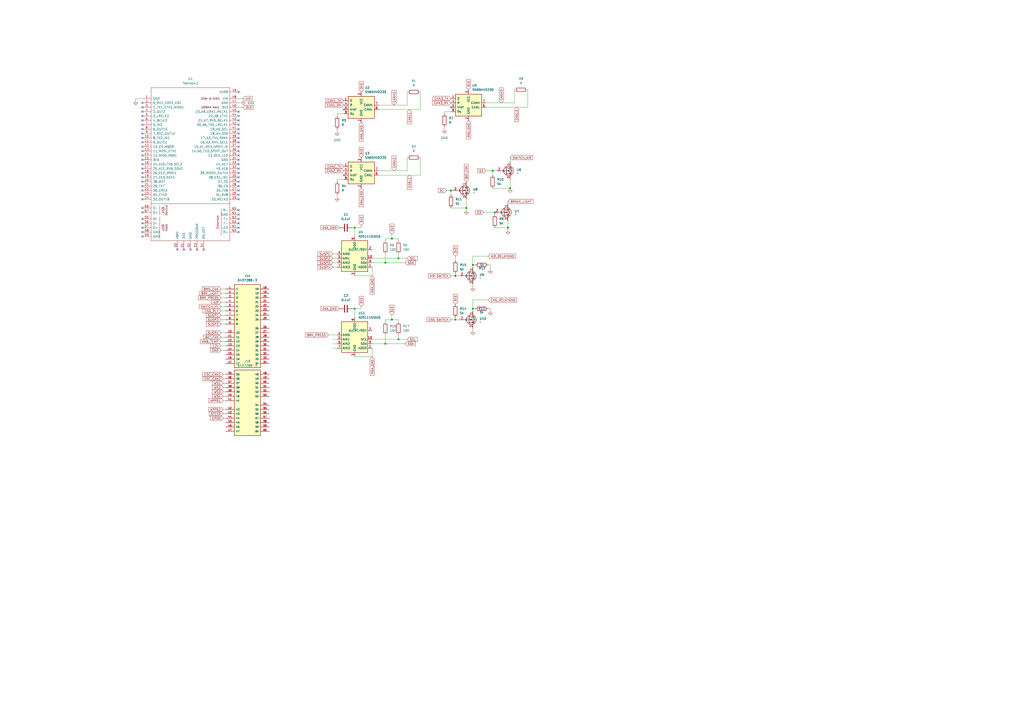
<source format=kicad_sch>
(kicad_sch (version 20250114) (generator "eeschema") (generator_version "9.0")
  (paper "A2")
  (lib_symbols
    (symbol "0_MOSFETs:DMTH6016LK3"
      (property "Reference" "U" (at -1.524 1.016 0))
      (symbol "DMTH6016LK3_1_1"
        (pin input line (at -7.62 -3.81 0) (length 2.54) (name "G") (number "2"))
        (pin passive line (at 0 1.27 270) (length 2.54) (name "D") (number "1"))
        (pin passive line (at 0 -8.89 90) (length 2.54) (name "S") (number "3"))
      )
    )
    (symbol "0_VCU_connector_6437288-3:6437288-3" (pin_names (offset 1.016))
      (property "Reference" "J" (at -7.6216 25.9227 0))
      (property "Value" "6437288-3" (at -7.6229 -25.4258 0))
      (symbol "6437288-3_1_0"
        (pin passive line (at -12.7 22.86 0) (length 5.08) (name "1") (number "1"))
        (pin passive line (at -12.7 20.32 0) (length 5.08) (name "2") (number "2"))
        (pin passive line (at -12.7 17.78 0) (length 5.08) (name "3") (number "3"))
        (pin passive line (at -12.7 15.24 0) (length 5.08) (name "4") (number "4"))
        (pin passive line (at -12.7 12.7 0) (length 5.08) (name "5") (number "5"))
        (pin passive line (at -12.7 10.16 0) (length 5.08) (name "6") (number "6"))
        (pin passive line (at -12.7 7.62 0) (length 5.08) (name "7") (number "7"))
        (pin passive line (at -12.7 5.08 0) (length 5.08) (name "8") (number "8"))
        (pin passive line (at -12.7 2.54 0) (length 5.08) (name "9") (number "9"))
        (pin passive line (at -12.7 -2.54 0) (length 5.08) (name "10") (number "10"))
        (pin passive line (at -12.7 -5.08 0) (length 5.08) (name "11") (number "11"))
        (pin passive line (at -12.7 -7.62 0) (length 5.08) (name "12") (number "12"))
        (pin passive line (at -12.7 -10.16 0) (length 5.08) (name "13") (number "13"))
        (pin passive line (at -12.7 -12.7 0) (length 5.08) (name "14") (number "14"))
        (pin passive line (at -12.7 -15.24 0) (length 5.08) (name "15") (number "15"))
        (pin passive line (at -12.7 -17.78 0) (length 5.08) (name "16") (number "16"))
        (pin passive line (at -12.7 -20.32 0) (length 5.08) (name "17") (number "17"))
        (pin passive line (at 12.7 22.86 180) (length 5.08) (name "18") (number "18"))
        (pin passive line (at 12.7 20.32 180) (length 5.08) (name "19") (number "19"))
        (pin passive line (at 12.7 17.78 180) (length 5.08) (name "20") (number "20"))
        (pin passive line (at 12.7 15.24 180) (length 5.08) (name "21") (number "21"))
        (pin passive line (at 12.7 12.7 180) (length 5.08) (name "22") (number "22"))
        (pin passive line (at 12.7 10.16 180) (length 5.08) (name "23") (number "23"))
        (pin passive line (at 12.7 7.62 180) (length 5.08) (name "24") (number "24"))
        (pin passive line (at 12.7 5.08 180) (length 5.08) (name "25") (number "25"))
        (pin passive line (at 12.7 0 180) (length 5.08) (name "26") (number "26"))
        (pin passive line (at 12.7 -2.54 180) (length 5.08) (name "27") (number "27"))
        (pin passive line (at 12.7 -5.08 180) (length 5.08) (name "28") (number "28"))
        (pin passive line (at 12.7 -7.62 180) (length 5.08) (name "29") (number "29"))
        (pin passive line (at 12.7 -10.16 180) (length 5.08) (name "30") (number "30"))
        (pin passive line (at 12.7 -12.7 180) (length 5.08) (name "31") (number "31"))
        (pin passive line (at 12.7 -15.24 180) (length 5.08) (name "32") (number "32"))
        (pin passive line (at 12.7 -17.78 180) (length 5.08) (name "33") (number "33"))
        (pin passive line (at 12.7 -20.32 180) (length 5.08) (name "34") (number "34"))
      )
      (symbol "6437288-3_2_0"
        (pin passive line (at -12.7 17.78 0) (length 5.08) (name "35") (number "35"))
        (pin passive line (at -12.7 15.24 0) (length 5.08) (name "36") (number "36"))
        (pin passive line (at -12.7 12.7 0) (length 5.08) (name "37") (number "37"))
        (pin passive line (at -12.7 10.16 0) (length 5.08) (name "38") (number "38"))
        (pin passive line (at -12.7 7.62 0) (length 5.08) (name "39") (number "39"))
        (pin passive line (at -12.7 5.08 0) (length 5.08) (name "40") (number "40"))
        (pin passive line (at -12.7 2.54 0) (length 5.08) (name "41") (number "41"))
        (pin passive line (at -12.7 -2.54 0) (length 5.08) (name "42") (number "42"))
        (pin passive line (at -12.7 -5.08 0) (length 5.08) (name "43") (number "43"))
        (pin passive line (at -12.7 -7.62 0) (length 5.08) (name "44") (number "44"))
        (pin passive line (at -12.7 -10.16 0) (length 5.08) (name "45") (number "45"))
        (pin passive line (at -12.7 -12.7 0) (length 5.08) (name "46") (number "46"))
        (pin passive line (at -12.7 -15.24 0) (length 5.08) (name "47") (number "47"))
        (pin passive line (at 12.7 17.78 180) (length 5.08) (name "48") (number "48"))
        (pin passive line (at 12.7 15.24 180) (length 5.08) (name "49") (number "49"))
        (pin passive line (at 12.7 12.7 180) (length 5.08) (name "50") (number "50"))
        (pin passive line (at 12.7 10.16 180) (length 5.08) (name "51") (number "51"))
        (pin passive line (at 12.7 7.62 180) (length 5.08) (name "52") (number "52"))
        (pin passive line (at 12.7 5.08 180) (length 5.08) (name "53") (number "53"))
        (pin passive line (at 12.7 0 180) (length 5.08) (name "54") (number "54"))
        (pin passive line (at 12.7 -2.54 180) (length 5.08) (name "55") (number "55"))
        (pin passive line (at 12.7 -5.08 180) (length 5.08) (name "56") (number "56"))
        (pin passive line (at 12.7 -7.62 180) (length 5.08) (name "57") (number "57"))
        (pin passive line (at 12.7 -10.16 180) (length 5.08) (name "58") (number "58"))
        (pin passive line (at 12.7 -12.7 180) (length 5.08) (name "59") (number "59"))
        (pin passive line (at 12.7 -15.24 180) (length 5.08) (name "60") (number "60"))
      )
    )
    (symbol "6437288-3_1" (pin_names (offset 1.016))
      (property "Reference" "J" (at -7.6216 25.9227 0))
      (property "Value" "6437288-3" (at -7.6229 -25.4258 0))
      (symbol "6437288-3_1_1_0"
        (pin passive line (at -12.7 22.86 0) (length 5.08) (name "1") (number "1"))
        (pin passive line (at -12.7 20.32 0) (length 5.08) (name "2") (number "2"))
        (pin passive line (at -12.7 17.78 0) (length 5.08) (name "3") (number "3"))
        (pin passive line (at -12.7 15.24 0) (length 5.08) (name "4") (number "4"))
        (pin passive line (at -12.7 12.7 0) (length 5.08) (name "5") (number "5"))
        (pin passive line (at -12.7 10.16 0) (length 5.08) (name "6") (number "6"))
        (pin passive line (at -12.7 7.62 0) (length 5.08) (name "7") (number "7"))
        (pin passive line (at -12.7 5.08 0) (length 5.08) (name "8") (number "8"))
        (pin passive line (at -12.7 2.54 0) (length 5.08) (name "9") (number "9"))
        (pin passive line (at -12.7 -2.54 0) (length 5.08) (name "10") (number "10"))
        (pin passive line (at -12.7 -5.08 0) (length 5.08) (name "11") (number "11"))
        (pin passive line (at -12.7 -7.62 0) (length 5.08) (name "12") (number "12"))
        (pin passive line (at -12.7 -10.16 0) (length 5.08) (name "13") (number "13"))
        (pin passive line (at -12.7 -12.7 0) (length 5.08) (name "14") (number "14"))
        (pin passive line (at -12.7 -15.24 0) (length 5.08) (name "15") (number "15"))
        (pin passive line (at -12.7 -17.78 0) (length 5.08) (name "16") (number "16"))
        (pin passive line (at -12.7 -20.32 0) (length 5.08) (name "17") (number "17"))
        (pin passive line (at 12.7 22.86 180) (length 5.08) (name "18") (number "18"))
        (pin passive line (at 12.7 20.32 180) (length 5.08) (name "19") (number "19"))
        (pin passive line (at 12.7 17.78 180) (length 5.08) (name "20") (number "20"))
        (pin passive line (at 12.7 15.24 180) (length 5.08) (name "21") (number "21"))
        (pin passive line (at 12.7 12.7 180) (length 5.08) (name "22") (number "22"))
        (pin passive line (at 12.7 10.16 180) (length 5.08) (name "23") (number "23"))
        (pin passive line (at 12.7 7.62 180) (length 5.08) (name "24") (number "24"))
        (pin passive line (at 12.7 5.08 180) (length 5.08) (name "25") (number "25"))
        (pin passive line (at 12.7 0 180) (length 5.08) (name "26") (number "26"))
        (pin passive line (at 12.7 -2.54 180) (length 5.08) (name "27") (number "27"))
        (pin passive line (at 12.7 -5.08 180) (length 5.08) (name "28") (number "28"))
        (pin passive line (at 12.7 -7.62 180) (length 5.08) (name "29") (number "29"))
        (pin passive line (at 12.7 -10.16 180) (length 5.08) (name "30") (number "30"))
        (pin passive line (at 12.7 -12.7 180) (length 5.08) (name "31") (number "31"))
        (pin passive line (at 12.7 -15.24 180) (length 5.08) (name "32") (number "32"))
        (pin passive line (at 12.7 -17.78 180) (length 5.08) (name "33") (number "33"))
        (pin passive line (at 12.7 -20.32 180) (length 5.08) (name "34") (number "34"))
      )
      (symbol "6437288-3_1_2_0"
        (pin passive line (at -12.7 17.78 0) (length 5.08) (name "35") (number "35"))
        (pin passive line (at -12.7 15.24 0) (length 5.08) (name "36") (number "36"))
        (pin passive line (at -12.7 12.7 0) (length 5.08) (name "37") (number "37"))
        (pin passive line (at -12.7 10.16 0) (length 5.08) (name "38") (number "38"))
        (pin passive line (at -12.7 7.62 0) (length 5.08) (name "39") (number "39"))
        (pin passive line (at -12.7 5.08 0) (length 5.08) (name "40") (number "40"))
        (pin passive line (at -12.7 2.54 0) (length 5.08) (name "41") (number "41"))
        (pin passive line (at -12.7 -2.54 0) (length 5.08) (name "42") (number "42"))
        (pin passive line (at -12.7 -5.08 0) (length 5.08) (name "43") (number "43"))
        (pin passive line (at -12.7 -7.62 0) (length 5.08) (name "44") (number "44"))
        (pin passive line (at -12.7 -10.16 0) (length 5.08) (name "45") (number "45"))
        (pin passive line (at -12.7 -12.7 0) (length 5.08) (name "46") (number "46"))
        (pin passive line (at -12.7 -15.24 0) (length 5.08) (name "47") (number "47"))
        (pin passive line (at 12.7 17.78 180) (length 5.08) (name "48") (number "48"))
        (pin passive line (at 12.7 15.24 180) (length 5.08) (name "49") (number "49"))
        (pin passive line (at 12.7 12.7 180) (length 5.08) (name "50") (number "50"))
        (pin passive line (at 12.7 10.16 180) (length 5.08) (name "51") (number "51"))
        (pin passive line (at 12.7 7.62 180) (length 5.08) (name "52") (number "52"))
        (pin passive line (at 12.7 5.08 180) (length 5.08) (name "53") (number "53"))
        (pin passive line (at 12.7 0 180) (length 5.08) (name "54") (number "54"))
        (pin passive line (at 12.7 -2.54 180) (length 5.08) (name "55") (number "55"))
        (pin passive line (at 12.7 -5.08 180) (length 5.08) (name "56") (number "56"))
        (pin passive line (at 12.7 -7.62 180) (length 5.08) (name "57") (number "57"))
        (pin passive line (at 12.7 -10.16 180) (length 5.08) (name "58") (number "58"))
        (pin passive line (at 12.7 -12.7 180) (length 5.08) (name "59") (number "59"))
        (pin passive line (at 12.7 -15.24 180) (length 5.08) (name "60") (number "60"))
      )
    )
    (symbol "Analog_ADC:ADS1115IDGS"
      (property "Reference" "U" (at 2.54 13.97 0))
      (property "Value" "ADS1115IDGS" (at 7.62 11.43 0))
      (symbol "ADS1115IDGS_1_1"
        (pin input line (at -10.16 2.54 0) (length 2.54) (name "AIN0") (number "4"))
        (pin input line (at -10.16 0 0) (length 2.54) (name "AIN1") (number "5"))
        (pin input line (at -10.16 -2.54 0) (length 2.54) (name "AIN2") (number "6"))
        (pin input line (at -10.16 -5.08 0) (length 2.54) (name "AIN3") (number "7"))
        (pin power_in line (at 0 12.7 270) (length 2.54) (name "VDD") (number "8"))
        (pin power_in line (at 0 -10.16 90) (length 2.54) (name "GND") (number "3"))
        (pin output line (at 10.16 5.08 180) (length 2.54) (name "ALERT/RDY") (number "2"))
        (pin input line (at 10.16 0 180) (length 2.54) (name "SCL") (number "10"))
        (pin bidirectional line (at 10.16 -2.54 180) (length 2.54) (name "SDA") (number "9"))
        (pin input line (at 10.16 -5.08 180) (length 2.54) (name "ADDR") (number "1"))
      )
    )
    (symbol "Device:C" (pin_numbers (hide yes)) (pin_names (offset 0.254))
      (property "Reference" "C" (at 0.635 2.54 0))
      (property "Value" "C" (at 0.635 -2.54 0))
      (symbol "C_1_1"
        (pin passive line (at 0 3.81 270) (length 2.794) (name "~") (number "1"))
        (pin passive line (at 0 -3.81 90) (length 2.794) (name "~") (number "2"))
      )
    )
    (symbol "Device:R" (pin_numbers (hide yes)) (pin_names (offset 0))
      (property "Reference" "R" (at 2.032 0 90))
      (property "Value" "R" (at 0 0 90))
      (symbol "R_1_1"
        (pin passive line (at 0 3.81 270) (length 1.27) (name "~") (number "1"))
        (pin passive line (at 0 -3.81 90) (length 1.27) (name "~") (number "2"))
      )
    )
    (symbol "Interface_CAN_LIN:SN65HVD230" (pin_names (offset 1.016))
      (property "Reference" "U" (at -2.54 10.16 0))
      (property "Value" "SN65HVD230" (at -2.54 7.62 0))
      (symbol "SN65HVD230_1_1"
        (pin input line (at -10.16 2.54 0) (length 2.54) (name "D") (number "1"))
        (pin output line (at -10.16 0 0) (length 2.54) (name "R") (number "4"))
        (pin output line (at -10.16 -2.54 0) (length 2.54) (name "Vref") (number "5"))
        (pin input line (at -10.16 -5.08 0) (length 2.54) (name "Rs") (number "8"))
        (pin power_in line (at 0 7.62 270) (length 2.54) (name "VCC") (number "3"))
        (pin power_in line (at 0 -10.16 90) (length 2.54) (name "GND") (number "2"))
        (pin bidirectional line (at 10.16 0 180) (length 2.54) (name "CANH") (number "7"))
        (pin bidirectional line (at 10.16 -2.54 180) (length 2.54) (name "CANL") (number "6"))
      )
    )
    (symbol "power:GND" (power) (pin_numbers (hide yes)) (pin_names (offset 0) (hide yes))
      (property "Value" "GND" (at 0 -3.81 0))
      (symbol "GND_1_1"
        (pin power_in line (at 0 0 270) (length 0) (name "~") (number "1"))
      )
    )
    (symbol "teensy:Teensy4.1" (pin_names (offset 1.016))
      (property "Reference" "U" (at 0 64.77 0))
      (property "Value" "Teensy4.1" (at 0 62.23 0))
      (symbol "Teensy4.1_0_0"
        (text "USB" (at -15.875 -10.16 900) (effects (font (size 1.27 1.27))))
        (text "USB" (at -15.875 -20.32 900) (effects (font (size 1.27 1.27))))
        (text "Device" (at -13.97 -10.16 900) (effects (font (size 1.27 1.27))))
        (text "Host" (at -13.97 -20.32 900) (effects (font (size 1.27 1.27))))
        (text "(3.6v to 5.5v)" (at 11.43 54.61 0) (effects (font (size 1.016 1.016))))
        (text "(250mA max)" (at 11.43 49.53 0) (effects (font (size 1.016 1.016))))
        (text "Ethernet" (at 15.875 -17.145 900) (effects (font (size 1.27 1.27))))
        (pin bidirectional line (at -27.94 44.45 0) (length 5.08) (name "3_LRCLK2") (number "5"))
        (pin bidirectional line (at -27.94 41.91 0) (length 5.08) (name "4_BCLK2") (number "6"))
        (pin bidirectional line (at -27.94 39.37 0) (length 5.08) (name "5_IN2") (number "7"))
        (pin bidirectional line (at -27.94 36.83 0) (length 5.08) (name "6_OUT1D") (number "8"))
        (pin bidirectional line (at -27.94 34.29 0) (length 5.08) (name "7_RX2_OUT1A") (number "9"))
        (pin bidirectional line (at -27.94 31.75 0) (length 5.08) (name "8_TX2_IN1") (number "10"))
        (pin bidirectional line (at -27.94 29.21 0) (length 5.08) (name "9_OUT1C") (number "11"))
        (pin bidirectional line (at -27.94 26.67 0) (length 5.08) (name "10_CS_MQSR") (number "12"))
        (pin bidirectional line (at -27.94 24.13 0) (length 5.08) (name "11_MOSI_CTX1") (number "13"))
        (pin bidirectional line (at -27.94 21.59 0) (length 5.08) (name "12_MISO_MQSL") (number "14"))
        (pin power_in line (at -27.94 19.05 0) (length 5.08) (name "3V3") (number "15"))
        (pin bidirectional line (at -27.94 16.51 0) (length 5.08) (name "24_A10_TX6_SCL2") (number "16"))
        (pin bidirectional line (at -27.94 13.97 0) (length 5.08) (name "25_A11_RX6_SDA2") (number "17"))
        (pin bidirectional line (at -27.94 11.43 0) (length 5.08) (name "26_A12_MOSI1") (number "18"))
        (pin bidirectional line (at -27.94 8.89 0) (length 5.08) (name "27_A13_SCK1") (number "19"))
        (pin bidirectional line (at -27.94 6.35 0) (length 5.08) (name "28_RX7") (number "20"))
        (pin bidirectional line (at -27.94 3.81 0) (length 5.08) (name "29_TX7") (number "21"))
        (pin bidirectional line (at -27.94 1.27 0) (length 5.08) (name "30_CRX3") (number "22"))
        (pin bidirectional line (at -27.94 -1.27 0) (length 5.08) (name "31_CTX3") (number "23"))
        (pin bidirectional line (at -27.94 -3.81 0) (length 5.08) (name "32_OUT1B") (number "24"))
        (pin bidirectional line (at -27.94 -8.89 0) (length 5.08) (name "D-") (number "66"))
        (pin bidirectional line (at -27.94 -11.43 0) (length 5.08) (name "D+") (number "67"))
        (pin power_out line (at -27.94 -15.24 0) (length 5.08) (name "5V") (number "55"))
        (pin bidirectional line (at -27.94 -17.78 0) (length 5.08) (name "D-") (number "56"))
        (pin bidirectional line (at -27.94 -20.32 0) (length 5.08) (name "D+") (number "57"))
        (pin power_in line (at -27.94 -22.86 0) (length 5.08) (name "GND") (number "58"))
        (pin power_in line (at -27.94 -25.4 0) (length 5.08) (name "GND") (number "59"))
        (pin power_in line (at -7.62 -33.02 90) (length 5.08) (name "VBAT") (number "50"))
        (pin power_in line (at -3.81 -33.02 90) (length 5.08) (name "3V3") (number "51"))
        (pin input line (at 0 -33.02 90) (length 5.08) (name "GND") (number "52"))
        (pin input line (at 3.81 -33.02 90) (length 5.08) (name "PROGRAM") (number "53"))
        (pin input line (at 7.62 -33.02 90) (length 5.08) (name "ON_OFF") (number "54"))
        (pin power_out line (at 27.94 58.42 180) (length 5.08) (name "VUSB") (number "49"))
        (pin power_in line (at 27.94 54.61 180) (length 5.08) (name "VIN") (number "48"))
        (pin output line (at 27.94 52.07 180) (length 5.08) (name "GND") (number "47"))
        (pin output line (at 27.94 49.53 180) (length 5.08) (name "3V3") (number "46"))
        (pin bidirectional line (at 27.94 46.99 180) (length 5.08) (name "23_A9_CRX1_MCLK1") (number "45"))
        (pin bidirectional line (at 27.94 44.45 180) (length 5.08) (name "22_A8_CTX1") (number "44"))
        (pin bidirectional line (at 27.94 41.91 180) (length 5.08) (name "21_A7_RX5_BCLK1") (number "43"))
        (pin bidirectional line (at 27.94 39.37 180) (length 5.08) (name "20_A6_TX5_LRCLK1") (number "42"))
        (pin bidirectional line (at 27.94 36.83 180) (length 5.08) (name "19_A5_SCL") (number "41"))
        (pin bidirectional line (at 27.94 34.29 180) (length 5.08) (name "18_A4_SDA") (number "40"))
        (pin bidirectional line (at 27.94 31.75 180) (length 5.08) (name "17_A3_TX4_SDA1") (number "39"))
        (pin bidirectional line (at 27.94 29.21 180) (length 5.08) (name "16_A2_RX4_SCL1") (number "38"))
        (pin bidirectional line (at 27.94 26.67 180) (length 5.08) (name "15_A1_RX3_SPDIF_IN") (number "37"))
        (pin bidirectional line (at 27.94 24.13 180) (length 5.08) (name "14_A0_TX3_SPDIF_OUT") (number "36"))
        (pin bidirectional line (at 27.94 21.59 180) (length 5.08) (name "13_SCK_LED") (number "35"))
        (pin bidirectional line (at 27.94 16.51 180) (length 5.08) (name "41_A17") (number "33"))
        (pin bidirectional line (at 27.94 13.97 180) (length 5.08) (name "40_A16") (number "32"))
        (pin bidirectional line (at 27.94 11.43 180) (length 5.08) (name "39_MISO1_OUT1A") (number "31"))
        (pin bidirectional line (at 27.94 8.89 180) (length 5.08) (name "38_CS1_IN1") (number "30"))
        (pin bidirectional line (at 27.94 6.35 180) (length 5.08) (name "37_CS") (number "29"))
        (pin bidirectional line (at 27.94 3.81 180) (length 5.08) (name "36_CS") (number "28"))
        (pin bidirectional line (at 27.94 1.27 180) (length 5.08) (name "35_TX8") (number "27"))
        (pin bidirectional line (at 27.94 -1.27 180) (length 5.08) (name "34_RX8") (number "26"))
        (pin bidirectional line (at 27.94 -3.81 180) (length 5.08) (name "33_MCLK2") (number "25"))
        (pin bidirectional line (at 27.94 -10.16 180) (length 5.08) (name "R-") (number "65"))
        (pin power_in line (at 27.94 -12.7 180) (length 5.08) (name "GND") (number "64"))
        (pin bidirectional line (at 27.94 -15.24 180) (length 5.08) (name "T+") (number "63"))
        (pin bidirectional line (at 27.94 -17.78 180) (length 5.08) (name "T-") (number "62"))
        (pin bidirectional line (at 27.94 -20.32 180) (length 5.08) (name "LED") (number "61"))
        (pin bidirectional line (at 27.94 -22.86 180) (length 5.08) (name "R+") (number "60"))
      )
      (symbol "Teensy4.1_1_1"
        (pin power_in line (at -27.94 54.61 0) (length 5.08) (name "GND") (number "1"))
        (pin bidirectional line (at -27.94 52.07 0) (length 5.08) (name "0_RX1_CRX2_CS1") (number "2"))
        (pin bidirectional line (at -27.94 49.53 0) (length 5.08) (name "1_TX1_CTX2_MISO1") (number "3"))
        (pin bidirectional line (at -27.94 46.99 0) (length 5.08) (name "2_OUT2") (number "4"))
        (pin power_in line (at 27.94 19.05 180) (length 5.08) (name "GND") (number "34"))
      )
    )
  )
  (junction (at 294.64 132.08))
  (junction (at 227.33 185.42))
  (junction (at 223.52 199.39))
  (junction (at 205.74 179.07))
  (junction (at 231.14 196.85))
  (junction (at 287.02 123.19))
  (junction (at 205.74 132.08))
  (junction (at 227.33 138.43))
  (junction (at 223.52 152.4))
  (junction (at 264.16 160.02))
  (junction (at 295.91 109.22))
  (junction (at 231.14 149.86))
  (junction (at 274.32 153.67))
  (junction (at 285.75 99.06))
  (junction (at 274.32 179.07))
  (junction (at 264.16 185.42))
  (junction (at 270.51 120.65))
  (junction (at 261.62 110.49))
  (no_connect (at 82.55 132.08))
  (no_connect (at 138.43 72.39))
  (no_connect (at 82.55 64.77))
  (no_connect (at 138.43 110.49))
  (no_connect (at 82.55 87.63))
  (no_connect (at 82.55 72.39))
  (no_connect (at 82.55 77.47))
  (no_connect (at 138.43 67.31))
  (no_connect (at 138.43 74.93))
  (no_connect (at 138.43 121.92))
  (no_connect (at 82.55 67.31))
  (no_connect (at 82.55 95.25))
  (no_connect (at 138.43 132.08))
  (no_connect (at 82.55 134.62))
  (no_connect (at 82.55 97.79))
  (no_connect (at 82.55 102.87))
  (no_connect (at 118.11 144.78))
  (no_connect (at 138.43 53.34))
  (no_connect (at 138.43 127))
  (no_connect (at 138.43 82.55))
  (no_connect (at 138.43 85.09))
  (no_connect (at 82.55 123.19))
  (no_connect (at 138.43 134.62))
  (no_connect (at 82.55 137.16))
  (no_connect (at 102.87 144.78))
  (no_connect (at 138.43 69.85))
  (no_connect (at 82.55 100.33))
  (no_connect (at 82.55 127))
  (no_connect (at 138.43 100.33))
  (no_connect (at 138.43 80.01))
  (no_connect (at 138.43 77.47))
  (no_connect (at 106.68 144.78))
  (no_connect (at 138.43 64.77))
  (no_connect (at 138.43 105.41))
  (no_connect (at 82.55 129.54))
  (no_connect (at 138.43 102.87))
  (no_connect (at 138.43 124.46))
  (no_connect (at 82.55 90.17))
  (no_connect (at 82.55 80.01))
  (no_connect (at 82.55 120.65))
  (no_connect (at 261.62 62.23))
  (no_connect (at 138.43 87.63))
  (no_connect (at 110.49 144.78))
  (no_connect (at 138.43 95.25))
  (no_connect (at 138.43 115.57))
  (no_connect (at 82.55 69.85))
  (no_connect (at 114.3 144.78))
  (no_connect (at 138.43 92.71))
  (no_connect (at 82.55 110.49))
  (no_connect (at 82.55 74.93))
  (no_connect (at 82.55 113.03))
  (no_connect (at 82.55 82.55))
  (no_connect (at 138.43 129.54))
  (no_connect (at 138.43 107.95))
  (no_connect (at 82.55 59.69))
  (no_connect (at 82.55 107.95))
  (no_connect (at 138.43 97.79))
  (no_connect (at 138.43 113.03))
  (no_connect (at 82.55 62.23))
  (no_connect (at 199.39 101.6))
  (no_connect (at 82.55 105.41))
  (no_connect (at 82.55 85.09))
  (no_connect (at 199.39 63.5))
  (no_connect (at 82.55 92.71))
  (no_connect (at 82.55 115.57))
  (no_connect (at 138.43 90.17))
  (wire (pts (xy 231.14 185.42) (xy 231.14 186.69)))
  (wire (pts (xy 215.9 199.39) (xy 223.52 199.39)))
  (wire (pts (xy 283.21 148.59) (xy 274.32 148.59)))
  (wire (pts (xy 209.55 132.08) (xy 209.55 130.81)))
  (wire (pts (xy 284.48 153.67) (xy 284.48 156.21)))
  (wire (pts (xy 257.81 64.77) (xy 257.81 66.04)))
  (wire (pts (xy 138.43 59.69) (xy 139.7 59.69)))
  (wire (pts (xy 138.43 62.23) (xy 140.97 62.23)))
  (wire (pts (xy 215.9 152.4) (xy 223.52 152.4)))
  (wire (pts (xy 129.54 222.25) (xy 130.81 222.25)))
  (wire (pts (xy 215.9 149.86) (xy 231.14 149.86)))
  (wire (pts (xy 129.54 219.71) (xy 130.81 219.71)))
  (wire (pts (xy 295.91 109.22) (xy 295.91 104.14)))
  (wire (pts (xy 190.5 194.31) (xy 195.58 194.31)))
  (wire (pts (xy 199.39 104.14) (xy 195.58 104.14)))
  (wire (pts (xy 128.27 177.8) (xy 130.81 177.8)))
  (wire (pts (xy 215.9 196.85) (xy 231.14 196.85)))
  (wire (pts (xy 270.51 120.65) (xy 270.51 115.57)))
  (wire (pts (xy 205.74 179.07) (xy 205.74 184.15)))
  (wire (pts (xy 285.75 99.06) (xy 288.29 99.06)))
  (wire (pts (xy 129.54 237.49) (xy 130.81 237.49)))
  (wire (pts (xy 231.14 194.31) (xy 231.14 196.85)))
  (wire (pts (xy 231.14 149.86) (xy 236.22 149.86)))
  (wire (pts (xy 129.54 240.03) (xy 130.81 240.03)))
  (wire (pts (xy 129.54 242.57) (xy 130.81 242.57)))
  (wire (pts (xy 261.62 110.49) (xy 261.62 113.03)))
  (wire (pts (xy 280.67 123.19) (xy 287.02 123.19)))
  (wire (pts (xy 236.22 60.96) (xy 236.22 53.34)))
  (wire (pts (xy 283.21 179.07) (xy 284.48 179.07)))
  (wire (pts (xy 193.04 199.39) (xy 195.58 199.39)))
  (wire (pts (xy 128.27 198.12) (xy 130.81 198.12)))
  (wire (pts (xy 223.52 199.39) (xy 234.95 199.39)))
  (wire (pts (xy 215.9 207.01) (xy 215.9 201.93)))
  (wire (pts (xy 261.62 120.65) (xy 270.51 120.65)))
  (wire (pts (xy 223.52 194.31) (xy 223.52 199.39)))
  (wire (pts (xy 274.32 148.59) (xy 274.32 153.67)))
  (wire (pts (xy 274.32 173.99) (xy 274.32 179.07)))
  (wire (pts (xy 82.55 57.15) (xy 78.74 57.15)))
  (wire (pts (xy 195.58 66.04) (xy 195.58 67.31)))
  (wire (pts (xy 128.27 200.66) (xy 130.81 200.66)))
  (wire (pts (xy 195.58 114.3) (xy 195.58 113.03)))
  (wire (pts (xy 128.27 193.04) (xy 130.81 193.04)))
  (wire (pts (xy 264.16 185.42) (xy 266.7 185.42)))
  (wire (pts (xy 193.04 147.32) (xy 195.58 147.32)))
  (wire (pts (xy 294.64 133.35) (xy 294.64 132.08)))
  (wire (pts (xy 193.04 152.4) (xy 195.58 152.4)))
  (wire (pts (xy 195.58 76.2) (xy 195.58 74.93)))
  (wire (pts (xy 193.04 154.94) (xy 195.58 154.94)))
  (wire (pts (xy 129.54 232.41) (xy 130.81 232.41)))
  (wire (pts (xy 219.71 60.96) (xy 236.22 60.96)))
  (wire (pts (xy 264.16 158.75) (xy 264.16 160.02)))
  (wire (pts (xy 264.16 148.59) (xy 264.16 151.13)))
  (wire (pts (xy 128.27 195.58) (xy 130.81 195.58)))
  (wire (pts (xy 129.54 217.17) (xy 130.81 217.17)))
  (wire (pts (xy 129.54 229.87) (xy 130.81 229.87)))
  (wire (pts (xy 264.16 184.15) (xy 264.16 185.42)))
  (wire (pts (xy 128.27 180.34) (xy 130.81 180.34)))
  (wire (pts (xy 281.94 99.06) (xy 285.75 99.06)))
  (wire (pts (xy 284.48 179.07) (xy 284.48 180.34)))
  (wire (pts (xy 231.14 147.32) (xy 231.14 149.86)))
  (wire (pts (xy 128.27 203.2) (xy 130.81 203.2)))
  (wire (pts (xy 193.04 201.93) (xy 195.58 201.93)))
  (wire (pts (xy 223.52 147.32) (xy 223.52 152.4)))
  (wire (pts (xy 243.84 63.5) (xy 243.84 53.34)))
  (wire (pts (xy 215.9 160.02) (xy 215.9 154.94)))
  (wire (pts (xy 264.16 160.02) (xy 266.7 160.02)))
  (wire (pts (xy 231.14 185.42) (xy 227.33 185.42)))
  (wire (pts (xy 274.32 179.07) (xy 274.32 180.34)))
  (wire (pts (xy 275.59 179.07) (xy 274.32 179.07)))
  (wire (pts (xy 236.22 99.06) (xy 236.22 91.44)))
  (wire (pts (xy 231.14 138.43) (xy 227.33 138.43)))
  (wire (pts (xy 209.55 179.07) (xy 205.74 179.07)))
  (wire (pts (xy 281.94 62.23) (xy 306.07 62.23)))
  (wire (pts (xy 128.27 167.64) (xy 130.81 167.64)))
  (wire (pts (xy 270.51 121.92) (xy 270.51 120.65)))
  (wire (pts (xy 205.74 207.01) (xy 215.9 207.01)))
  (wire (pts (xy 204.47 179.07) (xy 205.74 179.07)))
  (wire (pts (xy 261.62 64.77) (xy 257.81 64.77)))
  (wire (pts (xy 298.45 59.69) (xy 298.45 52.07)))
  (wire (pts (xy 209.55 132.08) (xy 205.74 132.08)))
  (wire (pts (xy 223.52 185.42) (xy 227.33 185.42)))
  (wire (pts (xy 78.74 57.15) (xy 78.74 58.42)))
  (wire (pts (xy 261.62 160.02) (xy 264.16 160.02)))
  (wire (pts (xy 140.97 57.15) (xy 138.43 57.15)))
  (wire (pts (xy 294.64 132.08) (xy 294.64 128.27)))
  (wire (pts (xy 223.52 138.43) (xy 223.52 139.7)))
  (wire (pts (xy 223.52 152.4) (xy 234.95 152.4)))
  (wire (pts (xy 294.64 116.84) (xy 294.64 118.11)))
  (wire (pts (xy 128.27 175.26) (xy 130.81 175.26)))
  (wire (pts (xy 219.71 101.6) (xy 243.84 101.6)))
  (wire (pts (xy 227.33 135.89) (xy 227.33 138.43)))
  (wire (pts (xy 223.52 138.43) (xy 227.33 138.43)))
  (wire (pts (xy 231.14 138.43) (xy 231.14 139.7)))
  (wire (pts (xy 129.54 224.79) (xy 130.81 224.79)))
  (wire (pts (xy 261.62 185.42) (xy 264.16 185.42)))
  (wire (pts (xy 287.02 123.19) (xy 287.02 124.46)))
  (wire (pts (xy 231.14 196.85) (xy 236.22 196.85)))
  (wire (pts (xy 243.84 101.6) (xy 243.84 91.44)))
  (wire (pts (xy 209.55 179.07) (xy 209.55 177.8)))
  (wire (pts (xy 295.91 91.44) (xy 295.91 93.98)))
  (wire (pts (xy 193.04 196.85) (xy 195.58 196.85)))
  (wire (pts (xy 283.21 173.99) (xy 274.32 173.99)))
  (wire (pts (xy 257.81 74.93) (xy 257.81 73.66)))
  (wire (pts (xy 274.32 165.1) (xy 274.32 166.37)))
  (wire (pts (xy 129.54 227.33) (xy 130.81 227.33)))
  (wire (pts (xy 274.32 190.5) (xy 274.32 191.77)))
  (wire (pts (xy 195.58 104.14) (xy 195.58 105.41)))
  (wire (pts (xy 274.32 153.67) (xy 274.32 154.94)))
  (wire (pts (xy 128.27 182.88) (xy 130.81 182.88)))
  (wire (pts (xy 259.08 110.49) (xy 261.62 110.49)))
  (wire (pts (xy 128.27 187.96) (xy 130.81 187.96)))
  (wire (pts (xy 281.94 59.69) (xy 298.45 59.69)))
  (wire (pts (xy 193.04 149.86) (xy 195.58 149.86)))
  (wire (pts (xy 283.21 153.67) (xy 284.48 153.67)))
  (wire (pts (xy 219.71 99.06) (xy 236.22 99.06)))
  (wire (pts (xy 287.02 132.08) (xy 294.64 132.08)))
  (wire (pts (xy 205.74 132.08) (xy 205.74 137.16)))
  (wire (pts (xy 128.27 170.18) (xy 130.81 170.18)))
  (wire (pts (xy 275.59 153.67) (xy 274.32 153.67)))
  (wire (pts (xy 261.62 110.49) (xy 262.89 110.49)))
  (wire (pts (xy 219.71 63.5) (xy 243.84 63.5)))
  (wire (pts (xy 285.75 109.22) (xy 295.91 109.22)))
  (wire (pts (xy 227.33 182.88) (xy 227.33 185.42)))
  (wire (pts (xy 204.47 132.08) (xy 205.74 132.08)))
  (wire (pts (xy 205.74 160.02) (xy 215.9 160.02)))
  (wire (pts (xy 306.07 62.23) (xy 306.07 52.07)))
  (wire (pts (xy 199.39 66.04) (xy 195.58 66.04)))
  (wire (pts (xy 128.27 185.42) (xy 130.81 185.42)))
  (wire (pts (xy 223.52 185.42) (xy 223.52 186.69)))
  (wire (pts (xy 285.75 99.06) (xy 285.75 101.6)))
  (wire (pts (xy 128.27 172.72) (xy 130.81 172.72)))
  (global_label "SWITCH_AIR" (shape input) (at 295.91 91.44 0) (property "Intersheetrefs" "${INTERSHEET_REFS}" (effects (hide yes))))
  (global_label "CAN3_TX" (shape input) (at 261.62 57.15 180) (property "Intersheetrefs" "${INTERSHEET_REFS}" (effects (hide yes))))
  (global_label "AIR_RELAYGND" (shape input) (at 283.21 148.59 0) (property "Intersheetrefs" "${INTERSHEET_REFS}" (effects (hide yes))))
  (global_label "CANL1" (shape input) (at 237.49 63.5 270) (property "Intersheetrefs" "${INTERSHEET_REFS}" (effects (hide yes))))
  (global_label "3V3" (shape input) (at 227.33 135.89 90) (property "Intersheetrefs" "${INTERSHEET_REFS}" (effects (hide yes))))
  (global_label "AIR SWITCH" (shape input) (at 261.62 160.02 180) (property "Intersheetrefs" "${INTERSHEET_REFS}" (effects (hide yes))))
  (global_label "3V3" (shape input) (at 209.55 130.81 90) (property "Intersheetrefs" "${INTERSHEET_REFS}" (effects (hide yes))))
  (global_label "BRK_PRESS" (shape input) (at 128.27 172.72 180) (property "Intersheetrefs" "${INTERSHEET_REFS}" (effects (hide yes))))
  (global_label "BAT_FAN" (shape input) (at 270.51 105.41 90) (property "Intersheetrefs" "${INTERSHEET_REFS}" (effects (hide yes))))
  (global_label "SUSP3" (shape input) (at 193.04 152.4 180) (property "Intersheetrefs" "${INTERSHEET_REFS}" (effects (hide yes))))
  (global_label "ANA_GND" (shape input) (at 215.9 160.02 270) (property "Intersheetrefs" "${INTERSHEET_REFS}" (effects (hide yes))))
  (global_label "3V3" (shape input) (at 264.16 148.59 90) (property "Intersheetrefs" "${INTERSHEET_REFS}" (effects (hide yes))))
  (global_label "BAT_FAN" (shape input) (at 128.27 195.58 180) (property "Intersheetrefs" "${INTERSHEET_REFS}" (effects (hide yes))))
  (global_label "BRK_LIGHT" (shape input) (at 128.27 170.18 180) (property "Intersheetrefs" "${INTERSHEET_REFS}" (effects (hide yes))))
  (global_label "SUSP1" (shape input) (at 193.04 147.32 180) (property "Intersheetrefs" "${INTERSHEET_REFS}" (effects (hide yes))))
  (global_label "SUSP2" (shape input) (at 193.04 149.86 180) (property "Intersheetrefs" "${INTERSHEET_REFS}" (effects (hide yes))))
  (global_label "ANA_GND" (shape input) (at 215.9 207.01 270) (property "Intersheetrefs" "${INTERSHEET_REFS}" (effects (hide yes))))
  (global_label "WS3" (shape input) (at 129.54 227.33 180) (property "Intersheetrefs" "${INTERSHEET_REFS}" (effects (hide yes))))
  (global_label "3V3" (shape input) (at 209.55 53.34 90) (property "Intersheetrefs" "${INTERSHEET_REFS}" (effects (hide yes))))
  (global_label "3V3" (shape input) (at 264.16 176.53 90) (property "Intersheetrefs" "${INTERSHEET_REFS}" (effects (hide yes))))
  (global_label "GPOS" (shape input) (at 129.54 242.57 180) (property "Intersheetrefs" "${INTERSHEET_REFS}" (effects (hide yes))))
  (global_label "CAN2_TX" (shape input) (at 199.39 96.52 180) (property "Intersheetrefs" "${INTERSHEET_REFS}" (effects (hide yes))))
  (global_label "BRK_PRESS" (shape input) (at 190.5 194.31 180) (property "Intersheetrefs" "${INTERSHEET_REFS}" (effects (hide yes))))
  (global_label "ENG_RELAYGND" (shape input) (at 283.21 173.99 0) (property "Intersheetrefs" "${INTERSHEET_REFS}" (effects (hide yes))))
  (global_label "WS4" (shape input) (at 129.54 229.87 180) (property "Intersheetrefs" "${INTERSHEET_REFS}" (effects (hide yes))))
  (global_label "CANH1" (shape input) (at 228.6 60.96 90) (property "Intersheetrefs" "${INTERSHEET_REFS}" (effects (hide yes))))
  (global_label "VIN" (shape input) (at 140.97 57.15 0) (property "Intersheetrefs" "${INTERSHEET_REFS}" (effects (hide yes))))
  (global_label "AIR" (shape input) (at 128.27 175.26 180) (property "Intersheetrefs" "${INTERSHEET_REFS}" (effects (hide yes))))
  (global_label "CANH3" (shape input) (at 290.83 59.69 90) (property "Intersheetrefs" "${INTERSHEET_REFS}" (effects (hide yes))))
  (global_label "CANH2" (shape input) (at 228.6 99.06 90) (property "Intersheetrefs" "${INTERSHEET_REFS}" (effects (hide yes))))
  (global_label "12V" (shape input) (at 128.27 200.66 180) (property "Intersheetrefs" "${INTERSHEET_REFS}" (effects (hide yes))))
  (global_label "D2" (shape input) (at 281.94 99.06 180) (property "Intersheetrefs" "${INTERSHEET_REFS}" (effects (hide yes))))
  (global_label "WS2" (shape input) (at 129.54 224.79 180) (property "Intersheetrefs" "${INTERSHEET_REFS}" (effects (hide yes))))
  (global_label "AMB_TEMP" (shape input) (at 128.27 198.12 180) (property "Intersheetrefs" "${INTERSHEET_REFS}" (effects (hide yes))))
  (global_label "SWITCH_HY" (shape input) (at 128.27 177.8 180) (property "Intersheetrefs" "${INTERSHEET_REFS}" (effects (hide yes))))
  (global_label "APPS2" (shape input) (at 129.54 237.49 180) (property "Intersheetrefs" "${INTERSHEET_REFS}" (effects (hide yes))))
  (global_label "BMS_CAN" (shape input) (at 128.27 167.64 180) (property "Intersheetrefs" "${INTERSHEET_REFS}" (effects (hide yes))))
  (global_label "WS1" (shape input) (at 129.54 222.25 180) (property "Intersheetrefs" "${INTERSHEET_REFS}" (effects (hide yes))))
  (global_label "3V3" (shape input) (at 209.55 91.44 90) (property "Intersheetrefs" "${INTERSHEET_REFS}" (effects (hide yes))))
  (global_label "SUSP4" (shape input) (at 193.04 154.94 180) (property "Intersheetrefs" "${INTERSHEET_REFS}" (effects (hide yes))))
  (global_label "CAN2_RX" (shape input) (at 199.39 99.06 180) (property "Intersheetrefs" "${INTERSHEET_REFS}" (effects (hide yes))))
  (global_label "3V3" (shape input) (at 271.78 52.07 90) (property "Intersheetrefs" "${INTERSHEET_REFS}" (effects (hide yes))))
  (global_label "ANA_GND" (shape input) (at 271.78 69.85 270) (property "Intersheetrefs" "${INTERSHEET_REFS}" (effects (hide yes))))
  (global_label "SUSP3" (shape input) (at 128.27 187.96 180) (property "Intersheetrefs" "${INTERSHEET_REFS}" (effects (hide yes))))
  (global_label "BRAKE_LIGHT" (shape input) (at 294.64 116.84 0) (property "Intersheetrefs" "${INTERSHEET_REFS}" (effects (hide yes))))
  (global_label "CAN1_RX" (shape input) (at 199.39 60.96 180) (property "Intersheetrefs" "${INTERSHEET_REFS}" (effects (hide yes))))
  (global_label "3V3" (shape input) (at 209.55 177.8 90) (property "Intersheetrefs" "${INTERSHEET_REFS}" (effects (hide yes))))
  (global_label "CANL2" (shape input) (at 237.49 101.6 270) (property "Intersheetrefs" "${INTERSHEET_REFS}" (effects (hide yes))))
  (global_label "D1" (shape input) (at 259.08 110.49 180) (property "Intersheetrefs" "${INTERSHEET_REFS}" (effects (hide yes))))
  (global_label "GND" (shape input) (at 128.27 203.2 180) (property "Intersheetrefs" "${INTERSHEET_REFS}" (effects (hide yes))))
  (global_label "ANA_GND" (shape input) (at 209.55 71.12 270) (property "Intersheetrefs" "${INTERSHEET_REFS}" (effects (hide yes))))
  (global_label "ANA_GND" (shape input) (at 196.85 179.07 180) (property "Intersheetrefs" "${INTERSHEET_REFS}" (effects (hide yes))))
  (global_label "ESC_CAN1" (shape input) (at 129.54 217.17 180) (property "Intersheetrefs" "${INTERSHEET_REFS}" (effects (hide yes))))
  (global_label "ENG SWITCH" (shape input) (at 261.62 185.42 180) (property "Intersheetrefs" "${INTERSHEET_REFS}" (effects (hide yes))))
  (global_label "SUSP4" (shape input) (at 128.27 193.04 180) (property "Intersheetrefs" "${INTERSHEET_REFS}" (effects (hide yes))))
  (global_label "ESC_CAN2" (shape input) (at 129.54 219.71 180) (property "Intersheetrefs" "${INTERSHEET_REFS}" (effects (hide yes))))
  (global_label "APPS1" (shape input) (at 129.54 232.41 180) (property "Intersheetrefs" "${INTERSHEET_REFS}" (effects (hide yes))))
  (global_label "SCL" (shape input) (at 236.22 196.85 0) (property "Intersheetrefs" "${INTERSHEET_REFS}" (effects (hide yes))))
  (global_label "ANA_GND" (shape input) (at 209.55 109.22 270) (property "Intersheetrefs" "${INTERSHEET_REFS}" (effects (hide yes))))
  (global_label "3V3" (shape input) (at 227.33 182.88 90) (property "Intersheetrefs" "${INTERSHEET_REFS}" (effects (hide yes))))
  (global_label "ANA_GND" (shape input) (at 196.85 132.08 180) (property "Intersheetrefs" "${INTERSHEET_REFS}" (effects (hide yes))))
  (global_label "SDA" (shape input) (at 234.95 152.4 0) (property "Intersheetrefs" "${INTERSHEET_REFS}" (effects (hide yes))))
  (global_label "STEER" (shape input) (at 129.54 240.03 180) (property "Intersheetrefs" "${INTERSHEET_REFS}" (effects (hide yes))))
  (global_label "SDA" (shape input) (at 234.95 199.39 0) (property "Intersheetrefs" "${INTERSHEET_REFS}" (effects (hide yes))))
  (global_label "D3" (shape input) (at 280.67 123.19 180) (property "Intersheetrefs" "${INTERSHEET_REFS}" (effects (hide yes))))
  (global_label "CAN3_RX" (shape input) (at 261.62 59.69 180) (property "Intersheetrefs" "${INTERSHEET_REFS}" (effects (hide yes))))
  (global_label "SCL" (shape input) (at 236.22 149.86 0) (property "Intersheetrefs" "${INTERSHEET_REFS}" (effects (hide yes))))
  (global_label "SUSP2" (shape input) (at 128.27 185.42 180) (property "Intersheetrefs" "${INTERSHEET_REFS}" (effects (hide yes))))
  (global_label "CAN1_TX" (shape input) (at 199.39 58.42 180) (property "Intersheetrefs" "${INTERSHEET_REFS}" (effects (hide yes))))
  (global_label "CANL3" (shape input) (at 299.72 62.23 270) (property "Intersheetrefs" "${INTERSHEET_REFS}" (effects (hide yes))))
  (global_label "3V3" (shape input) (at 140.97 62.23 0) (property "Intersheetrefs" "${INTERSHEET_REFS}" (effects (hide yes))))
  (global_label "SUSP1" (shape input) (at 128.27 182.88 180) (property "Intersheetrefs" "${INTERSHEET_REFS}" (effects (hide yes))))
  (global_label "ENG_RLY" (shape input) (at 128.27 180.34 180) (property "Intersheetrefs" "${INTERSHEET_REFS}" (effects (hide yes))))
  (symbol (lib_id "power:GND") (at 284.48 180.34 0) (unit 1)
    (property "Reference" "#PWR011" (effects (hide yes)))
    (property "Value" "GND" (effects (hide yes)))
    (property "Description" "Power symbol creates a global label with name \"GND\" , ground" (effects (hide yes)))
  )
  (symbol (lib_id "power:GND") (at 274.32 191.77 0) (unit 1)
    (property "Reference" "#PWR09" (effects (hide yes)))
    (property "Value" "GND" (effects (hide yes)))
    (property "Description" "Power symbol creates a global label with name \"GND\" , ground" (effects (hide yes)))
  )
  (symbol (lib_id "0_MOSFETs:DMTH6016LK3") (at 274.32 156.21 0) (unit 1)
    (property "Reference" "U9" (at 278.13 159.3849 0) (effects (justify left)))
    (property "Value" "~" (at 278.13 161.29 0) (effects (justify left)))
    (property "Footprint" "Package_TO_SOT_SMD:TO-252-2" (effects (hide yes)))
  )
  (symbol (lib_id "0_MOSFETs:DMTH6016LK3") (at 274.32 181.61 0) (unit 1)
    (property "Reference" "U10" (at 278.13 184.7849 0) (effects (justify left)))
    (property "Value" "~" (at 278.13 186.69 0) (effects (justify left)))
    (property "Footprint" "Package_TO_SOT_SMD:TO-252-2" (effects (hide yes)))
  )
  (symbol (lib_id "Device:C") (at 200.66 132.08 90) (unit 1)
    (property "Reference" "C1" (at 200.66 124.46 90))
    (property "Value" "0.1uF" (at 200.66 127 90))
    (property "Footprint" "Capacitor_SMD:C_0603_1608Metric" (effects (hide yes)))
    (property "Description" "Unpolarized capacitor" (effects (hide yes)))
  )
  (symbol (lib_id "teensy:Teensy4.1") (at 110.49 111.76 0) (unit 1)
    (property "Reference" "U1" (at 110.49 45.72 0))
    (property "Value" "Teensy4.1" (at 110.49 48.26 0))
    (property "Footprint" "Teensy:Teensy41" (effects (hide yes)))
  )
  (symbol (lib_id "Device:R") (at 231.14 190.5 0) (unit 1)
    (property "Reference" "R17" (at 233.68 189.2299 0) (effects (justify left)))
    (property "Value" "10K" (at 233.68 191.7699 0) (effects (justify left)))
    (property "Footprint" "Resistor_SMD:R_0805_2012Metric" (effects (hide yes)))
    (property "Description" "Resistor" (effects (hide yes)))
  )
  (symbol (lib_id "Device:R") (at 195.58 109.22 180) (unit 1)
    (property "Reference" "R4" (at 198.12 107.9499 0) (effects (justify right)))
    (property "Value" "R" (at 198.12 110.4899 0) (effects (justify right)))
    (property "Footprint" "Resistor_SMD:R_0805_2012Metric" (effects (hide yes)))
    (property "Description" "Resistor" (effects (hide yes)))
  )
  (symbol (lib_id "Analog_ADC:ADS1115IDGS") (at 205.74 149.86 0) (unit 1)
    (property "Reference" "U4" (at 207.8833 134.62 0) (effects (justify left)))
    (property "Value" "ADS1115IDGS" (at 207.8833 137.16 0) (effects (justify left)))
    (property "Footprint" "Package_SO:TSSOP-10_3x3mm_P0.5mm" (effects (hide yes)))
    (property "Datasheet" "http://www.ti.com/lit/ds/symlink/ads1113.pdf" (effects (hide yes)))
    (property "Description" "Ultra-Small, Low-Power, I2C-Compatible, 860-SPS, 16-Bit ADCs With Internal Reference, Oscillator, and Programmable Comparator, VSSOP-10" (effects (hide yes)))
  )
  (symbol (lib_id "Device:R") (at 264.16 180.34 0) (unit 1)
    (property "Reference" "R14" (at 266.7 179.0699 0) (effects (justify left)))
    (property "Value" "5k" (at 266.7 181.6099 0) (effects (justify left)))
    (property "Footprint" "Resistor_SMD:R_0805_2012Metric" (effects (hide yes)))
    (property "Description" "Resistor" (effects (hide yes)))
  )
  (symbol (lib_id "Device:R") (at 240.03 91.44 90) (unit 1)
    (property "Reference" "R2" (at 240.03 85.09 90))
    (property "Value" "R" (at 240.03 87.63 90))
    (property "Footprint" "Resistor_SMD:R_0805_2012Metric" (effects (hide yes)))
    (property "Description" "Resistor" (effects (hide yes)))
  )
  (symbol (lib_id "Device:R") (at 287.02 128.27 0) (unit 1)
    (property "Reference" "R9" (at 289.56 126.9999 0) (effects (justify left)))
    (property "Value" "5k" (at 289.56 129.5399 0) (effects (justify left)))
    (property "Footprint" "Resistor_SMD:R_0805_2012Metric" (effects (hide yes)))
    (property "Description" "Resistor" (effects (hide yes)))
  )
  (symbol (lib_id "Analog_ADC:ADS1115IDGS") (at 205.74 196.85 0) (unit 1)
    (property "Reference" "U11" (at 207.8833 181.61 0) (effects (justify left)))
    (property "Value" "ADS1115IDGS" (at 207.8833 184.15 0) (effects (justify left)))
    (property "Footprint" "Package_SO:TSSOP-10_3x3mm_P0.5mm" (effects (hide yes)))
    (property "Datasheet" "http://www.ti.com/lit/ds/symlink/ads1113.pdf" (effects (hide yes)))
    (property "Description" "Ultra-Small, Low-Power, I2C-Compatible, 860-SPS, 16-Bit ADCs With Internal Reference, Oscillator, and Programmable Comparator, VSSOP-10" (effects (hide yes)))
  )
  (symbol (lib_id "power:GND") (at 195.58 114.3 0) (unit 1)
    (property "Reference" "#PWR02" (effects (hide yes)))
    (property "Value" "GND" (effects (hide yes)))
    (property "Description" "Power symbol creates a global label with name \"GND\" , ground" (effects (hide yes)))
  )
  (symbol (lib_id "Interface_CAN_LIN:SN65HVD230") (at 209.55 99.06 0) (unit 1)
    (property "Reference" "U3" (at 211.6933 88.9 0) (effects (justify left)))
    (property "Value" "SN65HVD230" (at 211.6933 91.44 0) (effects (justify left)))
    (property "Footprint" "Package_SO:SOIC-8_3.9x4.9mm_P1.27mm" (effects (hide yes)))
    (property "Datasheet" "http://www.ti.com/lit/ds/symlink/sn65hvd230.pdf" (effects (hide yes)))
    (property "Description" "CAN Bus Transceivers, 3.3V, 1Mbps, Low-Power capabilities, SOIC-8" (effects (hide yes)))
  )
  (symbol (lib_id "Device:R") (at 223.52 190.5 0) (unit 1)
    (property "Reference" "R16" (at 226.06 189.2299 0) (effects (justify left)))
    (property "Value" "10K" (at 226.06 191.7699 0) (effects (justify left)))
    (property "Footprint" "Resistor_SMD:R_0805_2012Metric" (effects (hide yes)))
    (property "Description" "Resistor" (effects (hide yes)))
  )
  (symbol (lib_id "0_MOSFETs:DMTH6016LK3") (at 270.51 106.68 0) (unit 1)
    (property "Reference" "U8" (at 274.32 109.8549 0) (effects (justify left)))
    (property "Value" "~" (at 274.32 111.76 0) (effects (justify left)))
    (property "Footprint" "Package_TO_SOT_SMD:TO-252-2" (effects (hide yes)))
  )
  (symbol (lib_id "Device:R") (at 285.75 105.41 0) (unit 1)
    (property "Reference" "R10" (at 288.29 104.1399 0) (effects (justify left)))
    (property "Value" "5k" (at 288.29 106.6799 0) (effects (justify left)))
    (property "Footprint" "Resistor_SMD:R_0805_2012Metric" (effects (hide yes)))
    (property "Description" "Resistor" (effects (hide yes)))
  )
  (symbol (lib_id "power:GND") (at 294.64 133.35 0) (unit 1)
    (property "Reference" "#PWR06" (effects (hide yes)))
    (property "Value" "GND" (effects (hide yes)))
    (property "Description" "Power symbol creates a global label with name \"GND\" , ground" (effects (hide yes)))
  )
  (symbol (lib_id "Device:R") (at 264.16 154.94 0) (unit 1)
    (property "Reference" "R15" (at 266.7 153.6699 0) (effects (justify left)))
    (property "Value" "5k" (at 266.7 156.2099 0) (effects (justify left)))
    (property "Footprint" "Resistor_SMD:R_0805_2012Metric" (effects (hide yes)))
    (property "Description" "Resistor" (effects (hide yes)))
  )
  (symbol (lib_id "power:GND") (at 274.32 166.37 0) (unit 1)
    (property "Reference" "#PWR08" (effects (hide yes)))
    (property "Value" "GND" (effects (hide yes)))
    (property "Description" "Power symbol creates a global label with name \"GND\" , ground" (effects (hide yes)))
  )
  (symbol (lib_id "Device:R") (at 231.14 143.51 0) (unit 1)
    (property "Reference" "R5" (at 233.68 142.2399 0) (effects (justify left)))
    (property "Value" "10K" (at 233.68 144.7799 0) (effects (justify left)))
    (property "Footprint" "Resistor_SMD:R_0805_2012Metric" (effects (hide yes)))
    (property "Description" "Resistor" (effects (hide yes)))
  )
  (symbol (lib_id "Device:R") (at 279.4 179.07 90) (unit 1)
    (property "Reference" "R13" (at 279.4 179.07 90))
    (property "Value" "5k" (at 279.4 181.102 90))
    (property "Footprint" "Resistor_SMD:R_0805_2012Metric" (effects (hide yes)))
    (property "Description" "Resistor" (effects (hide yes)))
  )
  (symbol (lib_id "Device:R") (at 257.81 69.85 180) (unit 1)
    (property "Reference" "R7" (at 260.35 68.5799 0) (effects (justify right)))
    (property "Value" "R" (at 260.35 71.1199 0) (effects (justify right)))
    (property "Footprint" "Resistor_SMD:R_0805_2012Metric" (effects (hide yes)))
    (property "Description" "Resistor" (effects (hide yes)))
  )
  (symbol (lib_id "0_MOSFETs:DMTH6016LK3") (at 295.91 95.25 0) (unit 1)
    (property "Reference" "U6" (at 299.72 98.4249 0) (effects (justify left)))
    (property "Value" "~" (at 299.72 100.33 0) (effects (justify left)))
    (property "Footprint" "Package_TO_SOT_SMD:TO-252-2" (effects (hide yes)))
  )
  (symbol (lib_id "power:GND") (at 295.91 109.22 0) (unit 1)
    (property "Reference" "#PWR07" (effects (hide yes)))
    (property "Value" "GND" (effects (hide yes)))
    (property "Description" "Power symbol creates a global label with name \"GND\" , ground" (effects (hide yes)))
  )
  (symbol (lib_id "Device:R") (at 240.03 53.34 90) (unit 1)
    (property "Reference" "R1" (at 240.03 46.99 90))
    (property "Value" "R" (at 240.03 49.53 90))
    (property "Footprint" "Resistor_SMD:R_0805_2012Metric" (effects (hide yes)))
    (property "Description" "Resistor" (effects (hide yes)))
  )
  (symbol (lib_id "Interface_CAN_LIN:SN65HVD230") (at 271.78 59.69 0) (unit 1)
    (property "Reference" "U5" (at 273.9233 49.53 0) (effects (justify left)))
    (property "Value" "SN65HVD230" (at 273.9233 52.07 0) (effects (justify left)))
    (property "Footprint" "Package_SO:SOIC-8_3.9x4.9mm_P1.27mm" (effects (hide yes)))
    (property "Datasheet" "http://www.ti.com/lit/ds/symlink/sn65hvd230.pdf" (effects (hide yes)))
    (property "Description" "CAN Bus Transceivers, 3.3V, 1Mbps, Low-Power capabilities, SOIC-8" (effects (hide yes)))
  )
  (symbol (lib_id "Device:R") (at 195.58 71.12 180) (unit 1)
    (property "Reference" "R3" (at 198.12 69.8499 0) (effects (justify right)))
    (property "Value" "R" (at 198.12 72.3899 0) (effects (justify right)))
    (property "Footprint" "Resistor_SMD:R_0805_2012Metric" (effects (hide yes)))
    (property "Description" "Resistor" (effects (hide yes)))
  )
  (symbol (lib_id "Interface_CAN_LIN:SN65HVD230") (at 209.55 60.96 0) (unit 1)
    (property "Reference" "U2" (at 211.6933 50.8 0) (effects (justify left)))
    (property "Value" "SN65HVD230" (at 211.6933 53.34 0) (effects (justify left)))
    (property "Footprint" "Package_SO:SOIC-8_3.9x4.9mm_P1.27mm" (effects (hide yes)))
    (property "Datasheet" "http://www.ti.com/lit/ds/symlink/sn65hvd230.pdf" (effects (hide yes)))
    (property "Description" "CAN Bus Transceivers, 3.3V, 1Mbps, Low-Power capabilities, SOIC-8" (effects (hide yes)))
  )
  (symbol (lib_id "Device:R") (at 223.52 143.51 0) (unit 1)
    (property "Reference" "R6" (at 226.06 142.2399 0) (effects (justify left)))
    (property "Value" "10K" (at 226.06 144.7799 0) (effects (justify left)))
    (property "Footprint" "Resistor_SMD:R_0805_2012Metric" (effects (hide yes)))
    (property "Description" "Resistor" (effects (hide yes)))
  )
  (symbol (lib_id "0_MOSFETs:DMTH6016LK3") (at 294.64 119.38 0) (unit 1)
    (property "Reference" "U7" (at 298.45 122.5549 0) (effects (justify left)))
    (property "Value" "~" (at 298.45 124.46 0) (effects (justify left)))
    (property "Footprint" "Package_TO_SOT_SMD:TO-252-2" (effects (hide yes)))
  )
  (symbol (lib_id "Device:C") (at 200.66 179.07 90) (unit 1)
    (property "Reference" "C2" (at 200.66 171.45 90))
    (property "Value" "0.1uF" (at 200.66 173.99 90))
    (property "Footprint" "Capacitor_SMD:C_0603_1608Metric" (effects (hide yes)))
    (property "Description" "Unpolarized capacitor" (effects (hide yes)))
  )
  (symbol (lib_id "power:GND") (at 257.81 74.93 0) (unit 1)
    (property "Reference" "#PWR03" (effects (hide yes)))
    (property "Value" "GND" (at 257.81 80.01 0))
    (property "Description" "Power symbol creates a global label with name \"GND\" , ground" (effects (hide yes)))
  )
  (symbol (lib_id "Device:R") (at 261.62 116.84 0) (unit 1)
    (property "Reference" "R11" (at 264.16 115.5699 0) (effects (justify left)))
    (property "Value" "5k" (at 264.16 118.1099 0) (effects (justify left)))
    (property "Footprint" "Resistor_SMD:R_0805_2012Metric" (effects (hide yes)))
    (property "Description" "Resistor" (effects (hide yes)))
  )
  (symbol (lib_name "6437288-3_1") (lib_id "0_VCU_connector_6437288-3:6437288-3") (at 143.51 190.5 0) (unit 1)
    (property "Reference" "J1" (at 143.51 160.02 0))
    (property "Value" "6437288-3" (at 143.51 162.56 0))
    (property "Footprint" "0_VCU_CONNECTOR_TE_6437288-3:VCU_CONNECTOR_TE_6437288-3" (effects (hide yes)))
    (property "Description" "Rectangular Power Connector, Super Seal Series, Through Hole, Receptacle, 60, 1.5 mm, Pin" (effects (hide yes)))
    (property "COMMENT" "6437288-3" (effects (hide yes)))
    (property "Comment" "6437288-3" (effects (hide yes)))
    (property "Check_prices" "https://www.snapeda.com/parts/6437288-3/TE+Connectivity+AMP+Connectors/view-part/?ref=eda" (effects (hide yes)))
    (property "MF" "TE Connectivity" (effects (hide yes)))
    (property "PACKAGE" "None" (effects (hide yes)))
    (property "PRICE" "None" (effects (hide yes)))
    (property "Package" "None" (effects (hide yes)))
    (property "TE_PURCHASE_URL" "https://www.te.com/usa-en/product-6437288-3.html?te_bu=Cor&te_type=disp&te_campaign=seda_glo_cor-seda-global-disp-prtnr-fy19-seda-model-bom-cta_sma-317_1&elqCampaignId=32493" (effects (hide yes)))
    (property "STANDARD" "Manufacturer Recommendations" (effects (hide yes)))
    (property "PARTREV" "A1" (effects (hide yes)))
    (property "SnapEDA_Link" "https://www.snapeda.com/parts/6437288-3/TE+Connectivity+AMP+Connectors/view-part/?ref=snap" (effects (hide yes)))
    (property "MP" "6437288-3" (effects (hide yes)))
    (property "EU_RoHS_Compliance" "Compliant" (effects (hide yes)))
    (property "Price" "None" (effects (hide yes)))
    (property "EU_ROHS_COMPLIANCE" "Compliant" (effects (hide yes)))
    (property "Availability" "In Stock" (effects (hide yes)))
    (property "AVAILABILITY" "Unavailable" (effects (hide yes)))
    (property "Description_1" "Receptacle Connector, Gold, Pitch 3.0000 mm, AC Voltage 250 V, AMP Series | TE Connectivity 6437288-3" (effects (hide yes)))
  )
  (symbol (lib_id "power:GND") (at 78.74 58.42 0) (unit 1)
    (property "Reference" "#PWR012" (effects (hide yes)))
    (property "Value" "GND" (effects (hide yes)))
    (property "Description" "Power symbol creates a global label with name \"GND\" , ground" (effects (hide yes)))
  )
  (symbol (lib_id "Device:R") (at 302.26 52.07 90) (unit 1)
    (property "Reference" "R8" (at 302.26 45.72 90))
    (property "Value" "R" (at 302.26 48.26 90))
    (property "Footprint" "Resistor_SMD:R_0805_2012Metric" (effects (hide yes)))
    (property "Description" "Resistor" (effects (hide yes)))
  )
  (symbol (lib_id "power:GND") (at 284.48 156.21 0) (unit 1)
    (property "Reference" "#PWR010" (effects (hide yes)))
    (property "Value" "GND" (effects (hide yes)))
    (property "Description" "Power symbol creates a global label with name \"GND\" , ground" (effects (hide yes)))
  )
  (symbol (lib_id "power:GND") (at 195.58 76.2 0) (unit 1)
    (property "Reference" "#PWR01" (effects (hide yes)))
    (property "Value" "GND" (at 195.58 81.28 0))
    (property "Description" "Power symbol creates a global label with name \"GND\" , ground" (effects (hide yes)))
  )
  (symbol (lib_id "power:GND") (at 139.7 59.69 90) (unit 1)
    (property "Reference" "#PWR04" (effects (hide yes)))
    (property "Value" "GND" (at 143.51 59.6899 90) (effects (justify right)))
    (property "Description" "Power symbol creates a global label with name \"GND\" , ground" (effects (hide yes)))
  )
  (symbol (lib_id "Device:R") (at 279.4 153.67 90) (unit 1)
    (property "Reference" "R12" (at 279.654 155.702 90))
    (property "Value" "5k" (at 279.654 153.67 90))
    (property "Footprint" "Resistor_SMD:R_0805_2012Metric" (effects (hide yes)))
    (property "Description" "Resistor" (effects (hide yes)))
  )
  (symbol (lib_id "power:GND") (at 270.51 121.92 0) (unit 1)
    (property "Reference" "#PWR05" (effects (hide yes)))
    (property "Value" "GND" (effects (hide yes)))
    (property "Description" "Power symbol creates a global label with name \"GND\" , ground" (effects (hide yes)))
  )
  (symbol (lib_id "0_VCU_connector_6437288-3:6437288-3") (at 143.51 234.95 0) (unit 2)
    (property "Reference" "J1" (at 143.51 209.55 0))
    (property "Value" "6437288-3" (at 143.51 212.09 0))
    (property "Footprint" "0_VCU_CONNECTOR_TE_6437288-3:VCU_CONNECTOR_TE_6437288-3" (effects (hide yes)))
    (property "Description" "Rectangular Power Connector, Super Seal Series, Through Hole, Receptacle, 60, 1.5 mm, Pin" (effects (hide yes)))
    (property "COMMENT" "6437288-3" (effects (hide yes)))
    (property "Comment" "6437288-3" (effects (hide yes)))
    (property "Check_prices" "https://www.snapeda.com/parts/6437288-3/TE+Connectivity+AMP+Connectors/view-part/?ref=eda" (effects (hide yes)))
    (property "MF" "TE Connectivity" (effects (hide yes)))
    (property "PACKAGE" "None" (effects (hide yes)))
    (property "PRICE" "None" (effects (hide yes)))
    (property "Package" "None" (effects (hide yes)))
    (property "TE_PURCHASE_URL" "https://www.te.com/usa-en/product-6437288-3.html?te_bu=Cor&te_type=disp&te_campaign=seda_glo_cor-seda-global-disp-prtnr-fy19-seda-model-bom-cta_sma-317_1&elqCampaignId=32493" (effects (hide yes)))
    (property "STANDARD" "Manufacturer Recommendations" (effects (hide yes)))
    (property "PARTREV" "A1" (effects (hide yes)))
    (property "SnapEDA_Link" "https://www.snapeda.com/parts/6437288-3/TE+Connectivity+AMP+Connectors/view-part/?ref=snap" (effects (hide yes)))
    (property "MP" "6437288-3" (effects (hide yes)))
    (property "EU_RoHS_Compliance" "Compliant" (effects (hide yes)))
    (property "Price" "None" (effects (hide yes)))
    (property "EU_ROHS_COMPLIANCE" "Compliant" (effects (hide yes)))
    (property "Availability" "In Stock" (effects (hide yes)))
    (property "AVAILABILITY" "Unavailable" (effects (hide yes)))
    (property "Description_1" "Receptacle Connector, Gold, Pitch 3.0000 mm, AC Voltage 250 V, AMP Series | TE Connectivity 6437288-3" (effects (hide yes)))
  )
)
</source>
